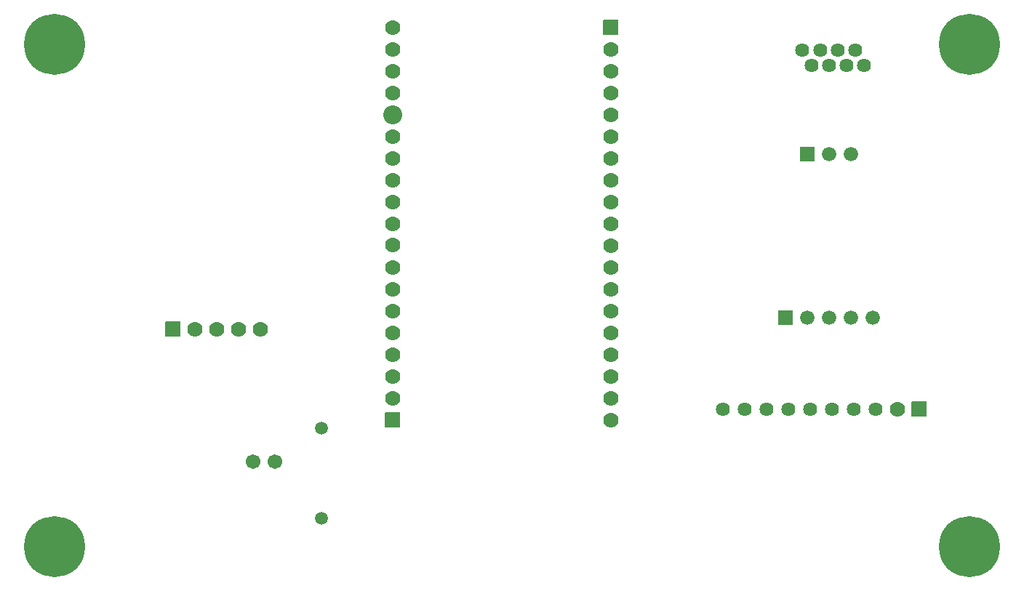
<source format=gbs>
G04 Layer: BottomSolderMaskLayer*
G04 EasyEDA v6.5.51, 2025-09-06 07:05:30*
G04 62973c2a91a8465ca14b7521446b148e,ed13e26d4d8d426092ec29dadd734ac4,10*
G04 Gerber Generator version 0.2*
G04 Scale: 100 percent, Rotated: No, Reflected: No *
G04 Dimensions in millimeters *
G04 leading zeros omitted , absolute positions ,4 integer and 5 decimal *
%FSLAX45Y45*%
%MOMM*%

%AMMACRO1*4,1,8,-0.8296,-0.889,-0.889,-0.8293,-0.889,0.8296,-0.8296,0.889,0.8293,0.889,0.889,0.8296,0.889,-0.8293,0.8293,-0.889,-0.8296,-0.889,0*%
%AMMACRO2*4,1,8,-0.8085,-0.8382,-0.8382,-0.8082,-0.8382,0.8085,-0.8085,0.8382,0.8082,0.8382,0.8382,0.8085,0.8382,-0.8082,0.8082,-0.8382,-0.8085,-0.8382,0*%
%ADD10C,1.7016*%
%ADD11C,7.1016*%
%ADD12C,7.1020*%
%ADD13C,1.5016*%
%ADD14C,1.6256*%
%ADD15MACRO1*%
%ADD16C,0.0199*%
%ADD17C,1.7782*%
%ADD18C,2.2032*%
%ADD19C,1.6766*%
%ADD20MACRO2*%
%ADD21C,1.7780*%

%LPD*%
D10*
G01*
X7404100Y-2349500D03*
G01*
X7658100Y-2349500D03*
D11*
G01*
X15746374Y2505100D03*
G01*
X15746374Y-3340100D03*
D12*
G01*
X5099989Y2505100D03*
D11*
G01*
X5099989Y-3340100D03*
D13*
G01*
X8204200Y-3014192D03*
G01*
X8204200Y-1964207D03*
D14*
G01*
X14517497Y2260498D03*
G01*
X14415490Y2438501D03*
G01*
X14313509Y2260498D03*
G01*
X14211503Y2438501D03*
G01*
X14109496Y2260498D03*
G01*
X14007490Y2438501D03*
G01*
X13905509Y2260498D03*
G01*
X13803502Y2438501D03*
D15*
G01*
X9029700Y-1866900D03*
D17*
G01*
X11569700Y-1866900D03*
G01*
X9029700Y-1612900D03*
G01*
X11569700Y-1612900D03*
G01*
X9029700Y-1358900D03*
G01*
X11569700Y-1358900D03*
G01*
X9029700Y-1104900D03*
G01*
X11569700Y-1104900D03*
G01*
X9029700Y-850900D03*
G01*
X11569700Y-850900D03*
G01*
X9029700Y-596900D03*
G01*
X11569700Y-596900D03*
G01*
X9029700Y-342900D03*
G01*
X11569700Y-342900D03*
G01*
X9029700Y-88900D03*
G01*
X11569700Y-88900D03*
G01*
X9029700Y173101D03*
G01*
X11569700Y165100D03*
G01*
X9029700Y419100D03*
G01*
X11569700Y419100D03*
G01*
X9029700Y673100D03*
G01*
X11569700Y673100D03*
G01*
X9029700Y927100D03*
G01*
X11569700Y927100D03*
G01*
X9029700Y1181100D03*
G01*
X11569700Y1181100D03*
G01*
X9029700Y1435100D03*
G01*
X11569700Y1435100D03*
D18*
G01*
X9029700Y1689100D03*
D17*
G01*
X11569700Y1689100D03*
G01*
X9029700Y1943100D03*
G01*
X11569700Y1943100D03*
G01*
X9029700Y2197100D03*
G01*
X11569700Y2197100D03*
G01*
X9029700Y2451100D03*
G01*
X11569700Y2451100D03*
G01*
X9029700Y2705100D03*
D15*
G01*
X11569700Y2705100D03*
D17*
G01*
X7239000Y-812800D03*
G01*
X6985000Y-812800D03*
G01*
X6731000Y-812800D03*
D15*
G01*
X6477000Y-812800D03*
D17*
G01*
X7493000Y-812800D03*
D19*
G01*
X14109700Y-673100D03*
G01*
X13855700Y-673100D03*
D20*
G01*
X13601700Y-673100D03*
D19*
G01*
X14363700Y-673100D03*
G01*
X14617700Y-673100D03*
D20*
G01*
X13855700Y1231900D03*
D19*
G01*
X14109700Y1231900D03*
G01*
X14363700Y1231900D03*
D15*
G01*
X15163800Y-1744802D03*
D21*
G01*
X14909800Y-1744802D03*
D14*
G01*
X14655800Y-1744802D03*
G01*
X14401800Y-1744802D03*
G01*
X14147800Y-1744802D03*
G01*
X13893800Y-1744802D03*
G01*
X13639800Y-1744802D03*
G01*
X13385800Y-1744802D03*
G01*
X13131800Y-1744802D03*
G01*
X12877800Y-1744802D03*
M02*

</source>
